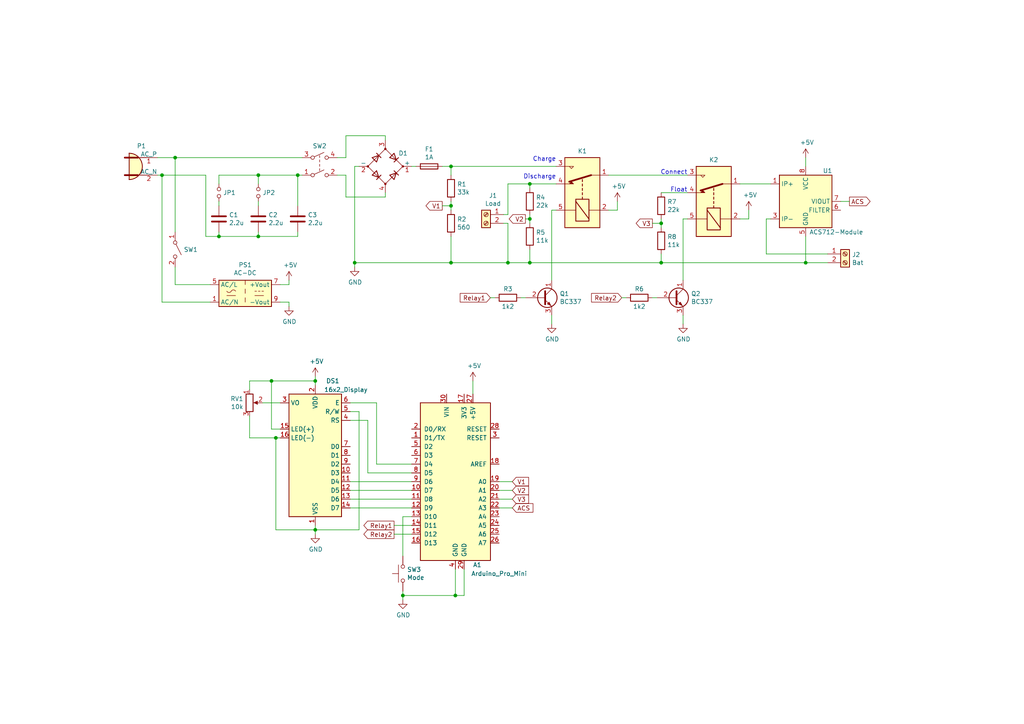
<source format=kicad_sch>
(kicad_sch (version 20230121) (generator eeschema)
  (paper "A4")
  (title_block (title "Da Pimp Plus") (date "2018-10-10") (company "Gutierrez PS") (comment 1 "https://github.com/gutierrezps/da-pimp-plus") (comment 2 "Improved Battery Desulfator, based on Mikey Sklar's project"))
  (lib_symbols
    (symbol "Connector:Conn_WallPlug" (pin_names (offset 0))
      (property "Reference" "P" (at -1.27 4.445 0))
      (property "Value" "Conn_WallPlug" (at -5.715 0 90))
      (symbol "Conn_WallPlug_0_1"
        (arc (start -3.175 -3.81) (mid 0.6184 0) (end -3.175 3.81) (stroke (width 0.254)) (fill (type background)))
        (polyline (pts (xy -4.445 -2.54) (xy -0.635 -2.54)) (stroke (width 0.508)))
        (polyline (pts (xy -4.445 2.54) (xy -0.635 2.54)) (stroke (width 0.508)))
        (polyline (pts (xy -3.175 -3.81) (xy -3.175 3.81)) (stroke (width 0.254)))
        (polyline (pts (xy -0.635 -2.54) (xy 2.54 -2.54)))
        (polyline (pts (xy -0.635 2.54) (xy 2.54 2.54)))
      )
      (symbol "Conn_WallPlug_1_1"
        (pin power_out line (at 5.08 2.54 180) (length 5.08) (name "AC_P") (number "1"))
        (pin power_out line (at 5.08 -2.54 180) (length 5.08) (name "AC_N") (number "2"))
      )
    )
    (symbol "Connector:Screw_Terminal_01x02" (pin_names (offset 1.016) hide)
      (property "Reference" "J" (at 0 2.54 0))
      (property "Value" "Screw_Terminal_01x02" (at 0 -5.08 0))
      (symbol "Screw_Terminal_01x02_1_1"
        (rectangle (start -1.27 1.27) (end 1.27 -3.81) (stroke (width 0.254)) (fill (type background)))
        (circle (center 0 -2.54) (radius 0.635) (stroke (width 0.1524)))
        (polyline (pts (xy -0.5334 -2.2098) (xy 0.3302 -3.048)) (stroke (width 0.1524)))
        (polyline (pts (xy -0.5334 0.3302) (xy 0.3302 -0.508)) (stroke (width 0.1524)))
        (polyline (pts (xy -0.3556 -2.032) (xy 0.508 -2.8702)) (stroke (width 0.1524)))
        (polyline (pts (xy -0.3556 0.508) (xy 0.508 -0.3302)) (stroke (width 0.1524)))
        (circle (center 0 0) (radius 0.635) (stroke (width 0.1524)))
        (pin passive line (at -5.08 0 0) (length 3.81) (name "Pin_1") (number "1"))
        (pin passive line (at -5.08 -2.54 0) (length 3.81) (name "Pin_2") (number "2"))
      )
    )
    (symbol "Converter_ACDC:HS-40005"
      (property "Reference" "PS" (at 0 5.08 0))
      (property "Value" "HS-40005" (at 0 -5.08 0))
      (symbol "HS-40005_0_1"
        (rectangle (start -7.62 3.81) (end 7.62 -3.81) (stroke (width 0.254)) (fill (type background)))
        (arc (start -5.334 0.635) (mid -4.699 0.2495) (end -4.064 0.635))
        (arc (start -2.794 0.635) (mid -3.429 1.0072) (end -4.064 0.635))
        (polyline (pts (xy -5.334 -0.635) (xy -2.794 -0.635)))
        (polyline (pts (xy 2.794 -0.635) (xy 5.334 -0.635)))
        (polyline (pts (xy 2.794 0.635) (xy 3.302 0.635)))
        (polyline (pts (xy 3.81 0.635) (xy 4.318 0.635)))
        (polyline (pts (xy 4.826 0.635) (xy 5.334 0.635)))
      )
      (symbol "HS-40005_1_1"
        (polyline (pts (xy 0 -1.27) (xy 0 -2.54)))
        (polyline (pts (xy 0 1.27) (xy 0 0)))
        (polyline (pts (xy 0 3.81) (xy 0 2.54)))
        (pin power_in line (at -10.16 -2.54 0) (length 2.54) (name "AC/N") (number "1"))
        (pin power_in line (at -10.16 2.54 0) (length 2.54) (name "AC/L") (number "5"))
        (pin power_out line (at 10.16 2.54 180) (length 2.54) (name "+Vout") (number "7"))
        (pin power_out line (at 10.16 -2.54 180) (length 2.54) (name "-Vout") (number "9"))
      )
    )
    (symbol "Device:C" (pin_numbers hide) (pin_names (offset 0.254))
      (property "Reference" "C" (at 0.635 2.54 0))
      (property "Value" "C" (at 0.635 -2.54 0))
      (symbol "C_0_1"
        (polyline (pts (xy -2.032 -0.762) (xy 2.032 -0.762)) (stroke (width 0.508)))
        (polyline (pts (xy -2.032 0.762) (xy 2.032 0.762)) (stroke (width 0.508)))
      )
      (symbol "C_1_1"
        (pin passive line (at 0 3.81 270) (length 2.794) (name "~") (number "1"))
        (pin passive line (at 0 -3.81 90) (length 2.794) (name "~") (number "2"))
      )
    )
    (symbol "Device:D_Bridge_+-AA" (pin_names (offset 0))
      (property "Reference" "D" (at 2.54 6.985 0))
      (property "Value" "D_Bridge_+-AA" (at 2.54 5.08 0))
      (symbol "D_Bridge_+-AA_0_1"
        (circle (center -5.08 0) (radius 0.254) (fill (type outline)))
        (circle (center 0 -5.08) (radius 0.254) (fill (type outline)))
        (polyline (pts (xy -2.54 3.81) (xy -1.27 2.54)) (stroke (width 0.254)))
        (polyline (pts (xy -1.27 -2.54) (xy -2.54 -3.81)) (stroke (width 0.254)))
        (polyline (pts (xy 2.54 -1.27) (xy 3.81 -2.54)) (stroke (width 0.254)))
        (polyline (pts (xy 2.54 1.27) (xy 3.81 2.54)) (stroke (width 0.254)))
        (polyline (pts (xy -3.81 2.54) (xy -2.54 1.27) (xy -1.905 3.175) (xy -3.81 2.54)) (stroke (width 0.254)))
        (polyline (pts (xy -2.54 -1.27) (xy -3.81 -2.54) (xy -1.905 -3.175) (xy -2.54 -1.27)) (stroke (width 0.254)))
        (polyline (pts (xy 1.27 2.54) (xy 2.54 3.81) (xy 3.175 1.905) (xy 1.27 2.54)) (stroke (width 0.254)))
        (polyline (pts (xy 3.175 -1.905) (xy 1.27 -2.54) (xy 2.54 -3.81) (xy 3.175 -1.905)) (stroke (width 0.254)))
        (polyline (pts (xy -5.08 0) (xy 0 -5.08) (xy 5.08 0) (xy 0 5.08) (xy -5.08 0)))
        (circle (center 0 5.08) (radius 0.254) (fill (type outline)))
        (circle (center 5.08 0) (radius 0.254) (fill (type outline)))
      )
      (symbol "D_Bridge_+-AA_1_1"
        (pin passive line (at 7.62 0 180) (length 2.54) (name "+") (number "1"))
        (pin passive line (at -7.62 0 0) (length 2.54) (name "-") (number "2"))
        (pin passive line (at 0 7.62 270) (length 2.54) (name "~") (number "3"))
        (pin passive line (at 0 -7.62 90) (length 2.54) (name "~") (number "4"))
      )
    )
    (symbol "Device:Fuse" (pin_numbers hide) (pin_names (offset 0))
      (property "Reference" "F" (at 2.032 0 90))
      (property "Value" "Fuse" (at -1.905 0 90))
      (symbol "Fuse_0_1"
        (rectangle (start -0.762 -2.54) (end 0.762 2.54) (stroke (width 0.254)))
        (polyline (pts (xy 0 2.54) (xy 0 -2.54)))
      )
      (symbol "Fuse_1_1"
        (pin passive line (at 0 3.81 270) (length 1.27) (name "~") (number "1"))
        (pin passive line (at 0 -3.81 90) (length 1.27) (name "~") (number "2"))
      )
    )
    (symbol "Device:R" (pin_numbers hide) (pin_names (offset 0))
      (property "Reference" "R" (at 2.032 0 90))
      (property "Value" "R" (at 0 0 90))
      (symbol "R_0_1"
        (rectangle (start -1.016 -2.54) (end 1.016 2.54) (stroke (width 0.254)))
      )
      (symbol "R_1_1"
        (pin passive line (at 0 3.81 270) (length 1.27) (name "~") (number "1"))
        (pin passive line (at 0 -3.81 90) (length 1.27) (name "~") (number "2"))
      )
    )
    (symbol "Display_Character:WC1602A"
      (property "Reference" "DS" (at -5.842 19.05 0))
      (property "Value" "WC1602A" (at 5.334 19.05 0))
      (symbol "WC1602A_1_1"
        (rectangle (start -7.62 17.78) (end 7.62 -17.78) (stroke (width 0.254)) (fill (type background)))
        (pin power_in line (at 0 -20.32 90) (length 2.54) (name "VSS") (number "1"))
        (pin input line (at -10.16 -5.08 0) (length 2.54) (name "D3") (number "10"))
        (pin input line (at -10.16 -7.62 0) (length 2.54) (name "D4") (number "11"))
        (pin input line (at -10.16 -10.16 0) (length 2.54) (name "D5") (number "12"))
        (pin input line (at -10.16 -12.7 0) (length 2.54) (name "D6") (number "13"))
        (pin input line (at -10.16 -15.24 0) (length 2.54) (name "D7") (number "14"))
        (pin power_in line (at 10.16 7.62 180) (length 2.54) (name "LED(+)") (number "15"))
        (pin power_in line (at 10.16 5.08 180) (length 2.54) (name "LED(-)") (number "16"))
        (pin power_in line (at 0 20.32 270) (length 2.54) (name "VDD") (number "2"))
        (pin input line (at 10.16 15.24 180) (length 2.54) (name "VO") (number "3"))
        (pin input line (at -10.16 10.16 0) (length 2.54) (name "RS") (number "4"))
        (pin input line (at -10.16 12.7 0) (length 2.54) (name "R/W") (number "5"))
        (pin input line (at -10.16 15.24 0) (length 2.54) (name "E") (number "6"))
        (pin input line (at -10.16 2.54 0) (length 2.54) (name "D0") (number "7"))
        (pin input line (at -10.16 0 0) (length 2.54) (name "D1") (number "8"))
        (pin input line (at -10.16 -2.54 0) (length 2.54) (name "D2") (number "9"))
      )
    )
    (symbol "Relay:G5LE-1"
      (property "Reference" "K" (at 11.43 3.81 0))
      (property "Value" "G5LE-1" (at 11.43 1.27 0))
      (symbol "G5LE-1_0_0"
        (polyline (pts (xy 7.62 5.08) (xy 7.62 2.54) (xy 6.985 3.175) (xy 7.62 3.81)))
      )
      (symbol "G5LE-1_0_1"
        (rectangle (start -10.16 5.08) (end 10.16 -5.08) (stroke (width 0.254)) (fill (type background)))
        (rectangle (start -8.255 1.905) (end -1.905 -1.905) (stroke (width 0.254)))
        (polyline (pts (xy -7.62 -1.905) (xy -2.54 1.905)) (stroke (width 0.254)))
        (polyline (pts (xy -5.08 -5.08) (xy -5.08 -1.905)))
        (polyline (pts (xy -5.08 5.08) (xy -5.08 1.905)))
        (polyline (pts (xy -1.905 0) (xy -1.27 0)) (stroke (width 0.254)))
        (polyline (pts (xy -0.635 0) (xy 0 0)) (stroke (width 0.254)))
        (polyline (pts (xy 0.635 0) (xy 1.27 0)) (stroke (width 0.254)))
        (polyline (pts (xy 1.905 0) (xy 2.54 0)) (stroke (width 0.254)))
        (polyline (pts (xy 3.175 0) (xy 3.81 0)) (stroke (width 0.254)))
        (polyline (pts (xy 5.08 -2.54) (xy 3.175 3.81)) (stroke (width 0.508)))
        (polyline (pts (xy 5.08 -2.54) (xy 5.08 -5.08)))
        (polyline (pts (xy 2.54 5.08) (xy 2.54 2.54) (xy 3.175 3.175) (xy 2.54 3.81)) (fill (type outline)))
      )
      (symbol "G5LE-1_1_1"
        (pin passive line (at 5.08 -7.62 90) (length 2.54) (name "~") (number "1"))
        (pin passive line (at -5.08 -7.62 90) (length 2.54) (name "~") (number "2"))
        (pin passive line (at 7.62 7.62 270) (length 2.54) (name "~") (number "3"))
        (pin passive line (at 2.54 7.62 270) (length 2.54) (name "~") (number "4"))
        (pin passive line (at -5.08 7.62 270) (length 2.54) (name "~") (number "5"))
      )
    )
    (symbol "Sensor_Current:ACS712xLCTR-05B"
      (property "Reference" "U" (at 2.54 11.43 0))
      (property "Value" "ACS712xLCTR-05B" (at 2.54 8.89 0))
      (symbol "ACS712xLCTR-05B_0_1"
        (rectangle (start -7.62 7.62) (end 7.62 -7.62) (stroke (width 0.254)) (fill (type background)))
      )
      (symbol "ACS712xLCTR-05B_1_1"
        (pin passive line (at -10.16 5.08 0) (length 2.54) (name "IP+") (number "1"))
        (pin passive line (at -10.16 5.08 0) (length 2.54) hide (name "IP+") (number "2"))
        (pin passive line (at -10.16 -5.08 0) (length 2.54) (name "IP-") (number "3"))
        (pin passive line (at -10.16 -5.08 0) (length 2.54) hide (name "IP-") (number "4"))
        (pin power_in line (at 0 -10.16 90) (length 2.54) (name "GND") (number "5"))
        (pin passive line (at 10.16 -2.54 180) (length 2.54) (name "FILTER") (number "6"))
        (pin output line (at 10.16 0 180) (length 2.54) (name "VIOUT") (number "7"))
        (pin power_in line (at 0 10.16 270) (length 2.54) (name "VCC") (number "8"))
      )
    )
    (symbol "Switch:SW_DPST" (pin_names (offset 0) hide)
      (property "Reference" "SW" (at 0 5.08 0))
      (property "Value" "SW_DPST" (at 0 -5.08 0))
      (symbol "SW_DPST_0_0"
        (circle (center -2.032 -2.54) (radius 0.508))
        (circle (center -2.032 2.54) (radius 0.508))
        (polyline (pts (xy -1.524 -2.286) (xy 1.27 -1.016)))
        (polyline (pts (xy -1.524 2.794) (xy 1.27 4.064)))
        (polyline (pts (xy 0 -1.27) (xy 0 -0.635)))
        (polyline (pts (xy 0 0) (xy 0 0.635)))
        (polyline (pts (xy 0 1.27) (xy 0 1.905)))
        (polyline (pts (xy 0 2.54) (xy 0 3.175)))
        (circle (center 2.032 -2.54) (radius 0.508))
        (circle (center 2.032 2.54) (radius 0.508))
      )
      (symbol "SW_DPST_1_1"
        (pin passive line (at -5.08 -2.54 0) (length 2.54) (name "1") (number "1"))
        (pin passive line (at 5.08 -2.54 180) (length 2.54) (name "2") (number "2"))
        (pin passive line (at -5.08 2.54 0) (length 2.54) (name "3") (number "3"))
        (pin passive line (at 5.08 2.54 180) (length 2.54) (name "4") (number "4"))
      )
    )
    (symbol "Switch:SW_Push" (pin_numbers hide) (pin_names (offset 1.016) hide)
      (property "Reference" "SW" (at 1.27 2.54 0))
      (property "Value" "SW_Push" (at 0 -1.524 0))
      (symbol "SW_Push_0_1"
        (circle (center -2.032 0) (radius 0.508))
        (polyline (pts (xy 0 1.27) (xy 0 3.048)))
        (polyline (pts (xy 2.54 1.27) (xy -2.54 1.27)))
        (circle (center 2.032 0) (radius 0.508))
        (pin passive line (at -5.08 0 0) (length 2.54) (name "1") (number "1"))
        (pin passive line (at 5.08 0 180) (length 2.54) (name "2") (number "2"))
      )
    )
    (symbol "Switch:SW_SPST" (pin_names (offset 0) hide)
      (property "Reference" "SW" (at 0 3.175 0))
      (property "Value" "SW_SPST" (at 0 -2.54 0))
      (symbol "SW_SPST_0_0"
        (circle (center -2.032 0) (radius 0.508))
        (polyline (pts (xy -1.524 0.254) (xy 1.524 1.778)))
        (circle (center 2.032 0) (radius 0.508))
      )
      (symbol "SW_SPST_1_1"
        (pin passive line (at -5.08 0 0) (length 2.54) (name "A") (number "1"))
        (pin passive line (at 5.08 0 180) (length 2.54) (name "B") (number "2"))
      )
    )
    (symbol "Transistor_BJT:BC337" (pin_names (offset 0) hide)
      (property "Reference" "Q" (at 5.08 1.905 0))
      (property "Value" "BC337" (at 5.08 0 0))
      (symbol "BC337_0_1"
        (polyline (pts (xy 0 0) (xy 0.635 0)))
        (polyline (pts (xy 0.635 0.635) (xy 2.54 2.54)))
        (polyline (pts (xy 0.635 -0.635) (xy 2.54 -2.54) (xy 2.54 -2.54)))
        (polyline (pts (xy 0.635 1.905) (xy 0.635 -1.905) (xy 0.635 -1.905)) (stroke (width 0.508)))
        (polyline (pts (xy 1.27 -1.778) (xy 1.778 -1.27) (xy 2.286 -2.286) (xy 1.27 -1.778) (xy 1.27 -1.778)) (fill (type outline)))
        (circle (center 1.27 0) (radius 2.8194) (stroke (width 0.254)))
      )
      (symbol "BC337_1_1"
        (pin passive line (at 2.54 5.08 270) (length 2.54) (name "C") (number "1"))
        (pin input line (at -5.08 0 0) (length 5.08) (name "B") (number "2"))
        (pin passive line (at 2.54 -5.08 90) (length 2.54) (name "E") (number "3"))
      )
    )
    (symbol "da-pimp-plus-rescue:Arduino_Nano_v2.x-MCU_Module" (pin_names (offset 1.016))
      (property "Reference" "A" (at -5.08 26.035 0))
      (property "Value" "MCU_Module:Arduino_Nano_v2.x" (at -5.08 24.13 0))
      (symbol "Arduino_Nano_v2.x-MCU_Module_0_1"
        (rectangle (start -10.16 22.86) (end 10.16 -22.86) (stroke (width 0.254)) (fill (type background)))
      )
      (symbol "Arduino_Nano_v2.x-MCU_Module_1_1"
        (pin bidirectional line (at -12.7 12.7 0) (length 2.54) (name "D1/TX") (number "1"))
        (pin bidirectional line (at -12.7 -2.54 0) (length 2.54) (name "D7") (number "10"))
        (pin bidirectional line (at -12.7 -5.08 0) (length 2.54) (name "D8") (number "11"))
        (pin bidirectional line (at -12.7 -7.62 0) (length 2.54) (name "D9") (number "12"))
        (pin bidirectional line (at -12.7 -10.16 0) (length 2.54) (name "D10") (number "13"))
        (pin bidirectional line (at -12.7 -12.7 0) (length 2.54) (name "D11") (number "14"))
        (pin bidirectional line (at -12.7 -15.24 0) (length 2.54) (name "D12") (number "15"))
        (pin bidirectional line (at -12.7 -17.78 0) (length 2.54) (name "D13") (number "16"))
        (pin power_out line (at 2.54 25.4 270) (length 2.54) (name "3V3") (number "17"))
        (pin input line (at 12.7 5.08 180) (length 2.54) (name "AREF") (number "18"))
        (pin bidirectional line (at 12.7 0 180) (length 2.54) (name "A0") (number "19"))
        (pin bidirectional line (at -12.7 15.24 0) (length 2.54) (name "D0/RX") (number "2"))
        (pin bidirectional line (at 12.7 -2.54 180) (length 2.54) (name "A1") (number "20"))
        (pin bidirectional line (at 12.7 -5.08 180) (length 2.54) (name "A2") (number "21"))
        (pin bidirectional line (at 12.7 -7.62 180) (length 2.54) (name "A3") (number "22"))
        (pin bidirectional line (at 12.7 -10.16 180) (length 2.54) (name "A4") (number "23"))
        (pin bidirectional line (at 12.7 -12.7 180) (length 2.54) (name "A5") (number "24"))
        (pin bidirectional line (at 12.7 -15.24 180) (length 2.54) (name "A6") (number "25"))
        (pin bidirectional line (at 12.7 -17.78 180) (length 2.54) (name "A7") (number "26"))
        (pin power_out line (at 5.08 25.4 270) (length 2.54) (name "+5V") (number "27"))
        (pin input line (at 12.7 15.24 180) (length 2.54) (name "RESET") (number "28"))
        (pin power_in line (at 2.54 -25.4 90) (length 2.54) (name "GND") (number "29"))
        (pin input line (at 12.7 12.7 180) (length 2.54) (name "RESET") (number "3"))
        (pin power_in line (at -2.54 25.4 270) (length 2.54) (name "VIN") (number "30"))
        (pin power_in line (at 0 -25.4 90) (length 2.54) (name "GND") (number "4"))
        (pin bidirectional line (at -12.7 10.16 0) (length 2.54) (name "D2") (number "5"))
        (pin bidirectional line (at -12.7 7.62 0) (length 2.54) (name "D3") (number "6"))
        (pin bidirectional line (at -12.7 5.08 0) (length 2.54) (name "D4") (number "7"))
        (pin bidirectional line (at -12.7 2.54 0) (length 2.54) (name "D5") (number "8"))
        (pin bidirectional line (at -12.7 0 0) (length 2.54) (name "D6") (number "9"))
      )
    )
    (symbol "da-pimp-plus-rescue:Jumper_NO_Small-Device" (pin_numbers hide) (pin_names (offset 0.762) hide)
      (property "Reference" "JP" (at 0 2.032 0))
      (property "Value" "Device:Jumper_NO_Small" (at 0.254 -1.524 0))
      (symbol "Jumper_NO_Small-Device_0_1"
        (circle (center -1.016 0) (radius 0.508))
        (circle (center 1.016 0) (radius 0.508))
        (pin passive line (at -2.54 0 0) (length 1.016) (name "1") (number "1"))
        (pin passive line (at 2.54 0 180) (length 1.016) (name "2") (number "2"))
      )
    )
    (symbol "da-pimp-plus-rescue:R_POT-Device" (pin_names (offset 1.016) hide)
      (property "Reference" "RV" (at -4.445 0 90))
      (property "Value" "Device:R_POT" (at -2.54 0 90))
      (symbol "R_POT-Device_0_1"
        (polyline (pts (xy 2.54 0) (xy 1.524 0)))
        (polyline (pts (xy 1.143 0) (xy 2.286 0.508) (xy 2.286 -0.508)) (fill (type outline)))
        (rectangle (start 1.016 2.54) (end -1.016 -2.54) (stroke (width 0.254)))
      )
      (symbol "R_POT-Device_1_1"
        (pin passive line (at 0 3.81 270) (length 1.27) (name "1") (number "1"))
        (pin passive line (at 3.81 0 180) (length 1.27) (name "2") (number "2"))
        (pin passive line (at 0 -3.81 90) (length 1.27) (name "3") (number "3"))
      )
    )
    (symbol "power:+5V" (power) (pin_names (offset 0))
      (property "Value" "+5V" (at 0 3.556 0))
      (symbol "+5V_0_1"
        (polyline (pts (xy -0.762 1.27) (xy 0 2.54)))
        (polyline (pts (xy 0 0) (xy 0 2.54)))
        (polyline (pts (xy 0 2.54) (xy 0.762 1.27)))
      )
      (symbol "+5V_1_1"
        (pin power_in line (at 0 0 90) (length 0) hide (name "+5V") (number "1"))
      )
    )
    (symbol "power:GND" (power) (pin_names (offset 0))
      (property "Value" "GND" (at 0 -3.81 0))
      (symbol "GND_0_1"
        (polyline (pts (xy 0 0) (xy 0 -1.27) (xy 1.27 -1.27) (xy 0 -2.54) (xy -1.27 -1.27) (xy 0 -1.27)))
      )
      (symbol "GND_1_1"
        (pin power_in line (at 0 0 270) (length 0) hide (name "GND") (number "1"))
      )
    )
  )
  (junction (at 191.77 76.2))
  (junction (at 86.36 50.8))
  (junction (at 50.8 45.72))
  (junction (at 147.32 76.2))
  (junction (at 78.74 110.49))
  (junction (at 153.67 63.5))
  (junction (at 102.87 76.2))
  (junction (at 74.93 68.58))
  (junction (at 233.68 76.2))
  (junction (at 191.77 64.77))
  (junction (at 80.01 127))
  (junction (at 130.81 48.26))
  (junction (at 132.08 172.72))
  (junction (at 46.99 50.8))
  (junction (at 130.81 59.69))
  (junction (at 116.84 172.72))
  (junction (at 91.44 153.67))
  (junction (at 91.44 110.49))
  (junction (at 153.67 76.2))
  (junction (at 130.81 76.2))
  (junction (at 153.67 53.34))
  (junction (at 63.5 68.58))
  (junction (at 74.93 50.8))
  (wire (pts (xy 97.79 45.72) (xy 100.33 45.72)))
  (wire (pts (xy 222.25 63.5) (xy 222.25 73.66)))
  (wire (pts (xy 191.77 76.2) (xy 153.67 76.2)))
  (wire (pts (xy 106.68 137.16) (xy 106.68 121.92)))
  (wire (pts (xy 180.34 86.36) (xy 181.61 86.36)))
  (wire (pts (xy 80.01 127) (xy 80.01 153.67)))
  (wire (pts (xy 63.5 53.34) (xy 63.5 50.8)))
  (wire (pts (xy 86.36 68.58) (xy 86.36 67.31)))
  (wire (pts (xy 72.39 110.49) (xy 78.74 110.49)))
  (wire (pts (xy 100.33 45.72) (xy 100.33 39.37)))
  (wire (pts (xy 147.32 62.23) (xy 147.32 53.34)))
  (wire (pts (xy 147.32 64.77) (xy 147.32 76.2)))
  (wire (pts (xy 128.27 59.69) (xy 130.81 59.69)))
  (wire (pts (xy 102.87 48.26) (xy 104.14 48.26)))
  (wire (pts (xy 74.93 50.8) (xy 86.36 50.8)))
  (wire (pts (xy 246.38 58.42) (xy 243.84 58.42)))
  (wire (pts (xy 161.29 48.26) (xy 130.81 48.26)))
  (wire (pts (xy 50.8 77.47) (xy 50.8 82.55)))
  (wire (pts (xy 176.53 50.8) (xy 199.39 50.8)))
  (wire (pts (xy 128.27 48.26) (xy 130.81 48.26)))
  (wire (pts (xy 59.69 68.58) (xy 63.5 68.58)))
  (wire (pts (xy 119.38 144.78) (xy 101.6 144.78)))
  (wire (pts (xy 214.63 53.34) (xy 223.52 53.34)))
  (wire (pts (xy 161.29 53.34) (xy 153.67 53.34)))
  (wire (pts (xy 198.12 63.5) (xy 199.39 63.5)))
  (wire (pts (xy 153.67 63.5) (xy 153.67 64.77)))
  (wire (pts (xy 97.79 50.8) (xy 100.33 50.8)))
  (wire (pts (xy 80.01 153.67) (xy 91.44 153.67)))
  (wire (pts (xy 83.82 82.55) (xy 81.28 82.55)))
  (wire (pts (xy 147.32 53.34) (xy 153.67 53.34)))
  (wire (pts (xy 100.33 57.15) (xy 111.76 57.15)))
  (wire (pts (xy 46.99 87.63) (xy 46.99 50.8)))
  (wire (pts (xy 63.5 67.31) (xy 63.5 68.58)))
  (wire (pts (xy 50.8 67.31) (xy 50.8 45.72)))
  (wire (pts (xy 102.87 77.47) (xy 102.87 76.2)))
  (wire (pts (xy 130.81 59.69) (xy 130.81 60.96)))
  (wire (pts (xy 151.13 86.36) (xy 152.4 86.36)))
  (wire (pts (xy 83.82 81.28) (xy 83.82 82.55)))
  (wire (pts (xy 153.67 53.34) (xy 153.67 54.61)))
  (wire (pts (xy 104.14 119.38) (xy 104.14 153.67)))
  (wire (pts (xy 198.12 93.98) (xy 198.12 91.44)))
  (wire (pts (xy 222.25 73.66) (xy 240.03 73.66)))
  (wire (pts (xy 191.77 63.5) (xy 191.77 64.77)))
  (wire (pts (xy 198.12 81.28) (xy 198.12 63.5)))
  (wire (pts (xy 100.33 39.37) (xy 111.76 39.37)))
  (wire (pts (xy 152.4 63.5) (xy 153.67 63.5)))
  (wire (pts (xy 78.74 124.46) (xy 78.74 110.49)))
  (wire (pts (xy 50.8 82.55) (xy 60.96 82.55)))
  (wire (pts (xy 132.08 172.72) (xy 116.84 172.72)))
  (wire (pts (xy 134.62 165.1) (xy 134.62 172.72)))
  (wire (pts (xy 130.81 76.2) (xy 102.87 76.2)))
  (wire (pts (xy 102.87 76.2) (xy 102.87 48.26)))
  (wire (pts (xy 81.28 124.46) (xy 78.74 124.46)))
  (wire (pts (xy 86.36 59.69) (xy 86.36 50.8)))
  (wire (pts (xy 72.39 127) (xy 80.01 127)))
  (wire (pts (xy 86.36 50.8) (xy 87.63 50.8)))
  (wire (pts (xy 119.38 137.16) (xy 106.68 137.16)))
  (wire (pts (xy 191.77 76.2) (xy 233.68 76.2)))
  (wire (pts (xy 74.93 53.34) (xy 74.93 50.8)))
  (wire (pts (xy 146.05 62.23) (xy 147.32 62.23)))
  (wire (pts (xy 160.02 60.96) (xy 161.29 60.96)))
  (wire (pts (xy 46.99 50.8) (xy 59.69 50.8)))
  (wire (pts (xy 50.8 45.72) (xy 87.63 45.72)))
  (wire (pts (xy 160.02 81.28) (xy 160.02 60.96)))
  (wire (pts (xy 130.81 48.26) (xy 130.81 50.8)))
  (wire (pts (xy 101.6 119.38) (xy 104.14 119.38)))
  (wire (pts (xy 160.02 93.98) (xy 160.02 91.44)))
  (wire (pts (xy 130.81 68.58) (xy 130.81 76.2)))
  (wire (pts (xy 153.67 62.23) (xy 153.67 63.5)))
  (wire (pts (xy 91.44 109.22) (xy 91.44 110.49)))
  (wire (pts (xy 179.07 60.96) (xy 176.53 60.96)))
  (wire (pts (xy 101.6 147.32) (xy 119.38 147.32)))
  (wire (pts (xy 233.68 68.58) (xy 233.68 76.2)))
  (wire (pts (xy 74.93 59.69) (xy 74.93 58.42)))
  (wire (pts (xy 116.84 172.72) (xy 116.84 173.99)))
  (wire (pts (xy 63.5 50.8) (xy 74.93 50.8)))
  (wire (pts (xy 119.38 134.62) (xy 109.22 134.62)))
  (wire (pts (xy 91.44 153.67) (xy 91.44 154.94)))
  (wire (pts (xy 72.39 120.65) (xy 72.39 127)))
  (wire (pts (xy 109.22 134.62) (xy 109.22 116.84)))
  (wire (pts (xy 91.44 152.4) (xy 91.44 153.67)))
  (wire (pts (xy 83.82 87.63) (xy 81.28 87.63)))
  (wire (pts (xy 114.3 152.4) (xy 119.38 152.4)))
  (wire (pts (xy 130.81 58.42) (xy 130.81 59.69)))
  (wire (pts (xy 111.76 57.15) (xy 111.76 55.88)))
  (wire (pts (xy 83.82 88.9) (xy 83.82 87.63)))
  (wire (pts (xy 72.39 113.03) (xy 72.39 110.49)))
  (wire (pts (xy 60.96 87.63) (xy 46.99 87.63)))
  (wire (pts (xy 134.62 172.72) (xy 132.08 172.72)))
  (wire (pts (xy 146.05 64.77) (xy 147.32 64.77)))
  (wire (pts (xy 101.6 142.24) (xy 119.38 142.24)))
  (wire (pts (xy 137.16 110.49) (xy 137.16 114.3)))
  (wire (pts (xy 119.38 48.26) (xy 120.65 48.26)))
  (wire (pts (xy 104.14 153.67) (xy 91.44 153.67)))
  (wire (pts (xy 116.84 161.29) (xy 116.84 149.86)))
  (wire (pts (xy 217.17 60.96) (xy 217.17 63.5)))
  (wire (pts (xy 223.52 63.5) (xy 222.25 63.5)))
  (wire (pts (xy 189.23 64.77) (xy 191.77 64.77)))
  (wire (pts (xy 78.74 110.49) (xy 91.44 110.49)))
  (wire (pts (xy 63.5 59.69) (xy 63.5 58.42)))
  (wire (pts (xy 148.59 147.32) (xy 144.78 147.32)))
  (wire (pts (xy 132.08 165.1) (xy 132.08 172.72)))
  (wire (pts (xy 109.22 116.84) (xy 101.6 116.84)))
  (wire (pts (xy 111.76 39.37) (xy 111.76 40.64)))
  (wire (pts (xy 240.03 76.2) (xy 233.68 76.2)))
  (wire (pts (xy 147.32 76.2) (xy 153.67 76.2)))
  (wire (pts (xy 45.72 50.8) (xy 46.99 50.8)))
  (wire (pts (xy 74.93 68.58) (xy 86.36 68.58)))
  (wire (pts (xy 116.84 171.45) (xy 116.84 172.72)))
  (wire (pts (xy 233.68 45.72) (xy 233.68 48.26)))
  (wire (pts (xy 76.2 116.84) (xy 81.28 116.84)))
  (wire (pts (xy 114.3 154.94) (xy 119.38 154.94)))
  (wire (pts (xy 142.24 86.36) (xy 143.51 86.36)))
  (wire (pts (xy 191.77 55.88) (xy 199.39 55.88)))
  (wire (pts (xy 189.23 86.36) (xy 190.5 86.36)))
  (wire (pts (xy 191.77 73.66) (xy 191.77 76.2)))
  (wire (pts (xy 59.69 50.8) (xy 59.69 68.58)))
  (wire (pts (xy 45.72 45.72) (xy 50.8 45.72)))
  (wire (pts (xy 148.59 139.7) (xy 144.78 139.7)))
  (wire (pts (xy 148.59 142.24) (xy 144.78 142.24)))
  (wire (pts (xy 74.93 67.31) (xy 74.93 68.58)))
  (wire (pts (xy 63.5 68.58) (xy 74.93 68.58)))
  (wire (pts (xy 191.77 64.77) (xy 191.77 66.04)))
  (wire (pts (xy 153.67 76.2) (xy 153.67 72.39)))
  (wire (pts (xy 116.84 149.86) (xy 119.38 149.86)))
  (wire (pts (xy 81.28 127) (xy 80.01 127)))
  (wire (pts (xy 147.32 76.2) (xy 130.81 76.2)))
  (wire (pts (xy 217.17 63.5) (xy 214.63 63.5)))
  (wire (pts (xy 100.33 50.8) (xy 100.33 57.15)))
  (wire (pts (xy 179.07 58.42) (xy 179.07 60.96)))
  (wire (pts (xy 119.38 139.7) (xy 101.6 139.7)))
  (wire (pts (xy 144.78 144.78) (xy 148.59 144.78)))
  (wire (pts (xy 106.68 121.92) (xy 101.6 121.92)))
  (wire (pts (xy 91.44 110.49) (xy 91.44 111.76)))
  (text "Float" (at 199.39 55.88 0) (effects (font (size 1.27 1.27)) (justify right bottom)))
  (text "Discharge" (at 161.29 52.07 0) (effects (font (size 1.27 1.27)) (justify right bottom)))
  (text "Connect" (at 199.39 50.8 0) (effects (font (size 1.27 1.27)) (justify right bottom)))
  (text "Charge" (at 161.29 46.99 0) (effects (font (size 1.27 1.27)) (justify right bottom)))
  (global_label "ACS" (shape input) (at 148.59 147.32 0) (property "Intersheetrefs" "${INTERSHEET_REFS}" (effects hide)))
  (global_label "Relay1" (shape input) (at 142.24 86.36 180) (property "Intersheetrefs" "${INTERSHEET_REFS}" (effects hide)))
  (global_label "Relay2" (shape output) (at 114.3 154.94 180) (property "Intersheetrefs" "${INTERSHEET_REFS}" (effects hide)))
  (global_label "Relay2" (shape input) (at 180.34 86.36 180) (property "Intersheetrefs" "${INTERSHEET_REFS}" (effects hide)))
  (global_label "V1" (shape output) (at 128.27 59.69 180) (property "Intersheetrefs" "${INTERSHEET_REFS}" (effects hide)))
  (global_label "Relay1" (shape output) (at 114.3 152.4 180) (property "Intersheetrefs" "${INTERSHEET_REFS}" (effects hide)))
  (global_label "V2" (shape output) (at 152.4 63.5 180) (property "Intersheetrefs" "${INTERSHEET_REFS}" (effects hide)))
  (global_label "V2" (shape input) (at 148.59 142.24 0) (property "Intersheetrefs" "${INTERSHEET_REFS}" (effects hide)))
  (global_label "V3" (shape output) (at 189.23 64.77 180) (property "Intersheetrefs" "${INTERSHEET_REFS}" (effects hide)))
  (global_label "ACS" (shape output) (at 246.38 58.42 0) (property "Intersheetrefs" "${INTERSHEET_REFS}" (effects hide)))
  (global_label "V3" (shape input) (at 148.59 144.78 0) (property "Intersheetrefs" "${INTERSHEET_REFS}" (effects hide)))
  (global_label "V1" (shape input) (at 148.59 139.7 0) (property "Intersheetrefs" "${INTERSHEET_REFS}" (effects hide)))
  (symbol (lib_id "Connector:Conn_WallPlug") (at 40.64 48.26 0) (unit 1)
    (property "Reference" "P1" (at 41.021 42.3418 0))
    (property "Value" "Conn_WallPlug" (effects hide))
  )
  (symbol (lib_id "Device:C") (at 63.5 63.5 0) (unit 1)
    (property "Reference" "C1" (at 66.421 62.3316 0) (effects (justify left)))
    (property "Value" "2.2u" (at 66.421 64.643 0) (effects (justify left)))
  )
  (symbol (lib_id "Device:C") (at 74.93 63.5 0) (unit 1)
    (property "Reference" "C2" (at 77.851 62.3316 0) (effects (justify left)))
    (property "Value" "2.2u" (at 77.851 64.643 0) (effects (justify left)))
  )
  (symbol (lib_id "Device:C") (at 86.36 63.5 0) (unit 1)
    (property "Reference" "C3" (at 89.281 62.3316 0) (effects (justify left)))
    (property "Value" "2.2u" (at 89.281 64.643 0) (effects (justify left)))
  )
  (symbol (lib_id "Switch:SW_DPST") (at 92.71 48.26 0) (unit 1)
    (property "Reference" "SW2" (at 92.71 42.3418 0))
    (property "Value" "SW_DPST" (effects hide))
  )
  (symbol (lib_id "Device:D_Bridge_+-AA") (at 111.76 48.26 0) (unit 1)
    (property "Reference" "D1" (at 115.57 44.45 0) (effects (justify left)))
    (property "Value" "D_Bridge_+-AA" (effects hide))
  )
  (symbol (lib_id "Device:Fuse") (at 124.46 48.26 270) (unit 1)
    (property "Reference" "F1" (at 124.46 43.2562 90))
    (property "Value" "1A" (at 124.46 45.5676 90))
  )
  (symbol (lib_id "da-pimp-plus-rescue:Jumper_NO_Small-Device") (at 63.5 55.88 270) (unit 1)
    (property "Reference" "JP1" (at 64.7192 55.88 90) (effects (justify left)))
    (property "Value" "Jumper_NO_Small" (effects hide))
  )
  (symbol (lib_id "da-pimp-plus-rescue:Jumper_NO_Small-Device") (at 74.93 55.88 270) (unit 1)
    (property "Reference" "JP2" (at 76.1492 55.88 90) (effects (justify left)))
    (property "Value" "Jumper_NO_Small" (effects hide))
  )
  (symbol (lib_id "Device:R") (at 130.81 54.61 0) (unit 1)
    (property "Reference" "R1" (at 132.588 53.4416 0) (effects (justify left)))
    (property "Value" "33k" (at 132.588 55.753 0) (effects (justify left)))
  )
  (symbol (lib_id "Device:R") (at 130.81 64.77 0) (unit 1)
    (property "Reference" "R2" (at 132.588 63.6016 0) (effects (justify left)))
    (property "Value" "560" (at 132.588 65.913 0) (effects (justify left)))
  )
  (symbol (lib_id "Relay:G5LE-1") (at 168.91 55.88 90) (unit 1)
    (property "Reference" "K1" (at 168.91 43.815 90))
    (property "Value" "G5LE-1" (effects hide))
    (property "Footprint" "Relay_THT:Relay_SPDT_Omron-G5LE-1" (effects hide))
    (property "Datasheet" "http://www.omron.com/ecb/products/pdf/en-g5le.pdf" (effects hide))
  )
  (symbol (lib_id "Device:R") (at 153.67 58.42 0) (unit 1)
    (property "Reference" "R4" (at 155.448 57.2516 0) (effects (justify left)))
    (property "Value" "22k" (at 155.448 59.563 0) (effects (justify left)))
  )
  (symbol (lib_id "Device:R") (at 153.67 68.58 0) (unit 1)
    (property "Reference" "R5" (at 155.448 67.4116 0) (effects (justify left)))
    (property "Value" "11k" (at 155.448 69.723 0) (effects (justify left)))
  )
  (symbol (lib_id "Connector:Screw_Terminal_01x02") (at 140.97 62.23 0) (mirror y) (unit 1)
    (property "Reference" "J1" (at 143.002 56.7182 0))
    (property "Value" "Load" (at 143.002 59.0296 0))
  )
  (symbol (lib_id "Relay:G5LE-1") (at 207.01 58.42 90) (unit 1)
    (property "Reference" "K2" (at 207.01 46.355 90))
    (property "Value" "G5LE-1" (effects hide))
    (property "Footprint" "Relay_THT:Relay_SPDT_Omron-G5LE-1" (effects hide))
    (property "Datasheet" "http://www.omron.com/ecb/products/pdf/en-g5le.pdf" (effects hide))
  )
  (symbol (lib_id "Device:R") (at 191.77 59.69 0) (unit 1)
    (property "Reference" "R7" (at 193.548 58.5216 0) (effects (justify left)))
    (property "Value" "22k" (at 193.548 60.833 0) (effects (justify left)))
  )
  (symbol (lib_id "Device:R") (at 191.77 69.85 0) (unit 1)
    (property "Reference" "R8" (at 193.548 68.6816 0) (effects (justify left)))
    (property "Value" "11k" (at 193.548 70.993 0) (effects (justify left)))
  )
  (symbol (lib_id "Sensor_Current:ACS712xLCTR-05B") (at 233.68 58.42 0) (unit 1)
    (property "Reference" "U1" (at 240.03 49.53 0))
    (property "Value" "ACS712-Module" (at 242.57 67.31 0))
    (property "Footprint" "Package_SO:SOIC-8_3.9x4.9mm_P1.27mm" (effects hide))
    (property "Datasheet" "http://www.allegromicro.com/~/media/Files/Datasheets/ACS712-Datasheet.ashx?la=en" (effects hide))
  )
  (symbol (lib_id "Connector:Screw_Terminal_01x02") (at 245.11 73.66 0) (unit 1)
    (property "Reference" "J2" (at 247.1166 73.8632 0) (effects (justify left)))
    (property "Value" "Bat" (at 247.1166 76.1746 0) (effects (justify left)))
  )
  (symbol (lib_id "power:GND") (at 102.87 77.47 0) (unit 1)
    (property "Reference" "#PWR05" (effects hide))
    (property "Value" "GND" (at 102.997 81.8642 0))
  )
  (symbol (lib_id "power:+5V") (at 179.07 58.42 0) (unit 1)
    (property "Reference" "#PWR09" (effects hide))
    (property "Value" "+5V" (at 179.451 54.0258 0))
  )
  (symbol (lib_id "power:+5V") (at 217.17 60.96 0) (unit 1)
    (property "Reference" "#PWR011" (effects hide))
    (property "Value" "+5V" (at 217.551 56.5658 0))
  )
  (symbol (lib_id "Transistor_BJT:BC337") (at 157.48 86.36 0) (unit 1)
    (property "Reference" "Q1" (at 162.3314 85.1916 0) (effects (justify left)))
    (property "Value" "BC337" (at 162.3314 87.503 0) (effects (justify left)))
    (property "Footprint" "Package_TO_SOT_THT:TO-92_Inline" (effects hide))
    (property "Datasheet" "http://www.nxp.com/documents/data_sheet/BC817_BC817W_BC337.pdf" (effects hide))
  )
  (symbol (lib_id "power:GND") (at 160.02 93.98 0) (unit 1)
    (property "Reference" "#PWR08" (effects hide))
    (property "Value" "GND" (at 160.147 98.3742 0))
  )
  (symbol (lib_id "Device:R") (at 147.32 86.36 270) (unit 1)
    (property "Reference" "R3" (at 147.32 83.82 90))
    (property "Value" "1k2" (at 147.32 88.9 90))
  )
  (symbol (lib_id "Transistor_BJT:BC337") (at 195.58 86.36 0) (unit 1)
    (property "Reference" "Q2" (at 200.4314 85.1916 0) (effects (justify left)))
    (property "Value" "BC337" (at 200.4314 87.503 0) (effects (justify left)))
    (property "Footprint" "Package_TO_SOT_THT:TO-92_Inline" (effects hide))
    (property "Datasheet" "http://www.nxp.com/documents/data_sheet/BC817_BC817W_BC337.pdf" (effects hide))
  )
  (symbol (lib_id "power:GND") (at 198.12 93.98 0) (unit 1)
    (property "Reference" "#PWR010" (effects hide))
    (property "Value" "GND" (at 198.247 98.3742 0))
  )
  (symbol (lib_id "Device:R") (at 185.42 86.36 270) (unit 1)
    (property "Reference" "R6" (at 185.42 83.82 90))
    (property "Value" "1k2" (at 185.42 88.9 90))
  )
  (symbol (lib_id "power:+5V") (at 233.68 45.72 0) (unit 1)
    (property "Reference" "#PWR012" (effects hide))
    (property "Value" "+5V" (at 234.061 41.3258 0))
  )
  (symbol (lib_id "Converter_ACDC:HS-40005") (at 71.12 85.09 0) (unit 1)
    (property "Reference" "PS1" (at 71.12 76.835 0))
    (property "Value" "AC-DC" (at 71.12 79.1464 0))
    (property "Footprint" "Converter_ACDC:Converter_ACDC_Hahn_HS-400xx_THT" (effects hide))
    (property "Datasheet" "http://www.tme.eu/de/Document/996b08915f81126361ce1f9c12d2f8b9/HS40005.pdf" (effects hide))
  )
  (symbol (lib_id "Switch:SW_SPST") (at 50.8 72.39 270) (unit 1)
    (property "Reference" "SW1" (at 53.2892 72.39 90) (effects (justify left)))
    (property "Value" "SW_SPST" (effects hide))
  )
  (symbol (lib_id "power:+5V") (at 83.82 81.28 0) (unit 1)
    (property "Reference" "#PWR01" (effects hide))
    (property "Value" "+5V" (at 84.201 76.8858 0))
  )
  (symbol (lib_id "power:GND") (at 83.82 88.9 0) (unit 1)
    (property "Reference" "#PWR02" (effects hide))
    (property "Value" "GND" (at 83.947 93.2942 0))
  )
  (symbol (lib_id "da-pimp-plus-rescue:Arduino_Nano_v2.x-MCU_Module") (at 132.08 139.7 0) (unit 1)
    (property "Reference" "A1" (at 138.43 163.83 0))
    (property "Value" "Arduino_Pro_Mini" (at 144.78 166.37 0))
    (property "Footprint" "Module:Arduino_Nano" (effects hide))
    (property "Datasheet" "https://www.arduino.cc/en/uploads/Main/ArduinoNanoManual23.pdf" (effects hide))
  )
  (symbol (lib_id "Display_Character:WC1602A") (at 91.44 132.08 0) (mirror y) (unit 1)
    (property "Reference" "DS1" (at 96.52 110.49 0))
    (property "Value" "16x2_Display" (at 100.33 113.03 0))
    (property "Footprint" "Display:WC1602A" (effects hide))
    (property "Datasheet" "http://www.wincomlcd.com/pdf/WC1602A-SFYLYHTC06.pdf" (effects hide))
  )
  (symbol (lib_id "power:GND") (at 91.44 154.94 0) (unit 1)
    (property "Reference" "#PWR04" (effects hide))
    (property "Value" "GND" (at 91.567 159.3342 0))
  )
  (symbol (lib_id "power:+5V") (at 91.44 109.22 0) (unit 1)
    (property "Reference" "#PWR03" (effects hide))
    (property "Value" "+5V" (at 91.821 104.8258 0))
  )
  (symbol (lib_id "power:+5V") (at 137.16 110.49 0) (unit 1)
    (property "Reference" "#PWR07" (effects hide))
    (property "Value" "+5V" (at 137.541 106.0958 0))
  )
  (symbol (lib_id "da-pimp-plus-rescue:R_POT-Device") (at 72.39 116.84 0) (unit 1)
    (property "Reference" "RV1" (at 70.612 115.6716 0) (effects (justify right)))
    (property "Value" "10k" (at 70.612 117.983 0) (effects (justify right)))
  )
  (symbol (lib_id "Switch:SW_Push") (at 116.84 166.37 90) (mirror x) (unit 1)
    (property "Reference" "SW3" (at 118.0592 165.2016 90) (effects (justify right)))
    (property "Value" "Mode" (at 118.0592 167.513 90) (effects (justify right)))
  )
  (symbol (lib_id "power:GND") (at 116.84 173.99 0) (unit 1)
    (property "Reference" "#PWR06" (effects hide))
    (property "Value" "GND" (at 116.967 178.3842 0))
  )
)
</source>
